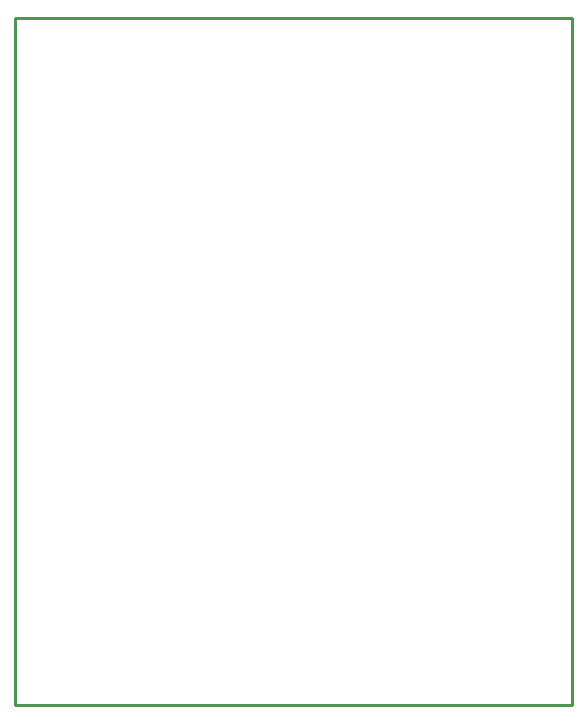
<source format=gko>
%FSLAX23Y23*%
%MOIN*%
G70*
G01*
G75*
G04 Layer_Color=16711935*
%ADD10C,0.010*%
%ADD11R,0.051X0.050*%
%ADD12O,0.039X0.014*%
%ADD13R,0.058X0.011*%
%ADD14R,0.011X0.058*%
%ADD15R,0.118X0.039*%
%ADD16R,0.050X0.051*%
%ADD17R,0.039X0.028*%
%ADD18O,0.012X0.071*%
%ADD19O,0.071X0.012*%
%ADD20O,0.016X0.071*%
%ADD21R,0.016X0.071*%
%ADD22C,0.020*%
%ADD23C,0.016*%
%ADD24C,0.012*%
%ADD25C,0.059*%
%ADD26R,0.059X0.059*%
%ADD27C,0.063*%
%ADD28C,0.071*%
%ADD29R,0.059X0.059*%
%ADD30O,0.138X0.079*%
%ADD31C,0.043*%
%ADD32C,0.118*%
%ADD33C,0.028*%
%ADD34C,0.039*%
%ADD35C,0.008*%
%ADD36C,0.006*%
%ADD37C,0.024*%
%ADD38C,0.010*%
%ADD39C,0.005*%
%ADD40C,0.008*%
%ADD41C,0.004*%
%ADD42C,0.006*%
%ADD43R,0.059X0.058*%
%ADD44O,0.047X0.022*%
%ADD45R,0.066X0.019*%
%ADD46R,0.019X0.066*%
%ADD47R,0.126X0.047*%
%ADD48R,0.058X0.059*%
%ADD49R,0.047X0.036*%
%ADD50O,0.020X0.079*%
%ADD51O,0.079X0.020*%
%ADD52O,0.024X0.079*%
%ADD53R,0.024X0.079*%
%ADD54C,0.067*%
%ADD55R,0.067X0.067*%
%ADD56C,0.071*%
%ADD57C,0.079*%
%ADD58R,0.067X0.067*%
%ADD59O,0.146X0.087*%
%ADD60C,0.051*%
%ADD61C,0.126*%
%ADD62C,0.036*%
%ADD63C,0.047*%
D10*
X0Y-2290D02*
Y0D01*
X1854D01*
Y-2290D02*
Y0D01*
X0Y-2290D02*
X1854D01*
M02*

</source>
